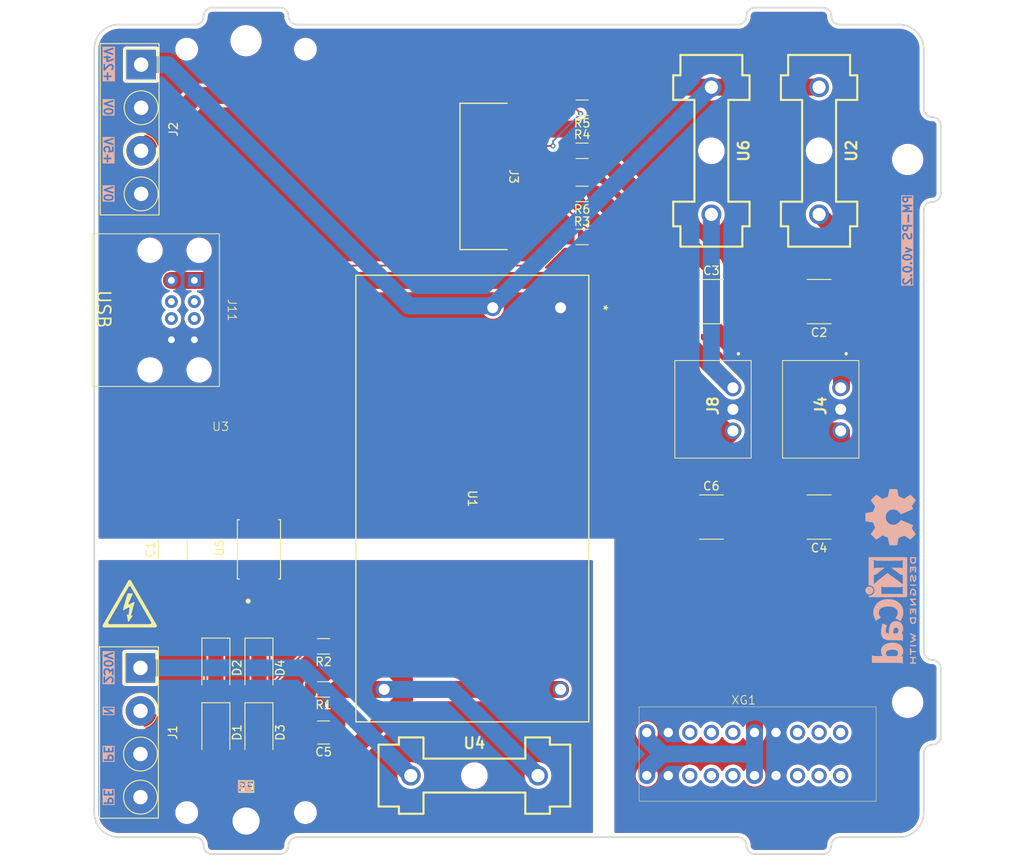
<source format=kicad_pcb>
(kicad_pcb (version 20240108) (generator "pcbnew") (generator_version "8.0")
  (title_block (title "${article} v${version}"))
  (layers (0 "F.Cu" signal) (31 "B.Cu" signal) (34 "B.Paste" user) (35 "F.Paste" user) (36 "B.SilkS" user "B.Silkscreen") (37 "F.SilkS" user "F.Silkscreen") (38 "B.Mask" user) (39 "F.Mask" user) (44 "Edge.Cuts" user))
  (property "article" "PM-PS")
  (property "version" "0.0.2")
  (net 0 "")
  (net 1 "GND")
  (net 2 "Net-(J1-Pin_1)")
  (net 3 "+5V")
  (net 4 "Net-(D1-K)")
  (net 5 "PE")
  (net 6 "230V")
  (net 7 "N")
  (net 8 "+24V")
  (net 9 "Net-(J4-VIN)")
  (net 10 "Net-(D1-A)")
  (net 11 "Net-(D2-K)")
  (net 12 "Net-(D3-K)")
  (net 14 "/subplates/230V_LED")
  (net 18 "/subplates/+24V_LED")
  (net 20 "/230V_LED")
  (net 21 "+3.3V")
  (net 22 "Net-(J8-VIN)")
  (net 27 "+5V_USB")
  (net 28 "/subplates/+5V_BUS")
  (net 29 "/subplates/+5V_USB")
  (footprint "Resistor_SMD:R_1206_3216Metric_Pad1.30x1.75mm_HandSolder" (layer "F.Cu") (at 82.55 62.23 180)
    (property "Reference" "R5" (at 0 -1.82 0) (layer "F.SilkS"))
    (property "Value" "4k7")
    (pad "1" smd roundrect (at -1.55 0 180) (size 1.3 1.75) (layers "F.Cu" "F.Paste" "F.Mask") (roundrect_rratio 0.192308) (net 8 "+24V"))
    (pad "2" smd roundrect (at 1.55 0 180) (size 1.3 1.75) (layers "F.Cu" "F.Paste" "F.Mask") (roundrect_rratio 0.192308) (net 18 "/subplates/+24V_LED"))
  )
  (footprint "Diode_SMD:D_SMA" (layer "F.Cu") (at 39.37 128.27 -90)
    (property "Reference" "D2" (at 0 -2.5 90) (layer "F.SilkS"))
    (property "Value" "1N4007")
    (pad "1" smd roundrect (at -2 0 270) (size 2.5 1.8) (layers "F.Cu" "F.Paste" "F.Mask") (roundrect_rratio 0.1388888889) (net 11 "Net-(D2-K)"))
    (pad "2" smd roundrect (at 2 0 270) (size 2.5 1.8) (layers "F.Cu" "F.Paste" "F.Mask") (roundrect_rratio 0.1388888889) (net 4 "Net-(D1-K)"))
  )
  (footprint "kicad_inventree_lib:K7805-2000R3" (layer "F.Cu") (at 100.33 95.25 -90)
    (property "Reference" "J8" (at 2.115 2.35 90) (layer "F.SilkS") (effects (font (size 1.27 1.27) (thickness 0.254))))
    (property "Value" "K7805-2000R3" (hide yes))
    (pad "1" thru_hole circle (at 0 0 270) (size 1.95 1.95) (drill 1.3) (layers "*.Cu" "*.Mask") (net 22 "Net-(J8-VIN)"))
    (pad "2" thru_hole circle (at 2.54 0 270) (size 1.95 1.95) (drill 1.3) (layers "*.Cu" "*.Mask") (net 1 "GND"))
    (pad "3" thru_hole circle (at 5.08 0 270) (size 1.95 1.95) (drill 1.3) (layers "*.Cu" "*.Mask") (net 27 "+5V_USB"))
  )
  (footprint "MountingHole:MountingHole_3.2mm_M3" (layer "F.Cu") (at 120.93 132.33)
    (property "Reference" "H3" (hide yes))
    (property "Value" "MountingHole")
    (pad "" np_thru_hole circle (at 0 0) (size 3.2 3.2) (drill 3.2) (layers "*.Cu" "*.Mask"))
  )
  (footprint "Capacitor_SMD:C_1210_3225Metric_Pad1.33x2.70mm_HandSolder" (layer "F.Cu") (at 52.07 135.89 180)
    (property "Reference" "C5" (at 0 -2.3 0) (layer "F.SilkS"))
    (property "Value" "150nF 630V")
    (pad "1" smd roundrect (at -1.5625 0 180) (size 1.325 2.7) (layers "F.Cu" "F.Paste" "F.Mask") (roundrect_rratio 0.188679) (net 6 "230V"))
    (pad "2" smd roundrect (at 1.5625 0 180) (size 1.325 2.7) (layers "F.Cu" "F.Paste" "F.Mask") (roundrect_rratio 0.188679) (net 4 "Net-(D1-K)"))
  )
  (footprint "kicad_inventree_lib:Degson_2EDGR-5.08-04P" (layer "F.Cu") (at 30.56 57.15 -90)
    (property "Reference" "J2" (at 7.62 -3.81 90) (layer "F.SilkS"))
    (property "Value" "2EDGR-5.08-04P")
    (pad "1" thru_hole rect (at 0 0 270) (size 3.5 3.5) (drill 1.7) (layers "*.Cu" "*.Mask") (net 8 "+24V"))
    (pad "2" thru_hole circle (at 5.08 0 270) (size 3.5 3.5) (drill 1.7) (layers "*.Cu" "*.Mask") (net 1 "GND"))
    (pad "3" thru_hole circle (at 10.16 0 270) (size 3.5 3.5) (drill 1.7) (layers "*.Cu" "*.Mask") (net 3 "+5V"))
    (pad "4" thru_hole circle (at 15.24 0 270) (size 3.5 3.5) (drill 1.7) (layers "*.Cu" "*.Mask") (net 1 "GND"))
  )
  (footprint "kicad_inventree_lib:PM-LED_v0.0.1" (layer "F.Cu") (at 39.93 100.33)
    (property "Reference" "U3" (at 0 -0.5 0) (layer "F.SilkS") (effects (font (thickness 0.1))))
    (property "Value" "PM-LED8_v0.0.1")
    (pad "" np_thru_hole circle (at -4 -45) (size 2.2 2.2) (drill 2.2) (layers "*.Cu" "*.Mask"))
    (pad "" np_thru_hole circle (at -4 45) (size 2.2 2.2) (drill 2.2) (layers "*.Cu" "*.Mask"))
    (pad "" np_thru_hole circle (at 10 -45) (size 2.2 2.2) (drill 2.2) (layers "*.Cu" "*.Mask"))
    (pad "" np_thru_hole circle (at 10 45) (size 2.2 2.2) (drill 2.2) (layers "*.Cu" "*.Mask"))
  )
  (footprint "kicad_inventree_lib:DG141R-2.54-10P" (layer "F.Cu") (at 89.27 143.99)
    (property "Reference" "XG1" (at 12.33 -11.91 0) (layer "F.SilkS") (effects (font (thickness 0.1))))
    (property "Value" "DG141R-2.54-10P" (hide yes))
    (pad "1" thru_hole circle (at 0.9 -8.1) (size 1.8 1.8) (drill 1.1) (layers "*.Cu" "*.Mask") (net 3 "+5V"))
    (pad "1" thru_hole circle (at 0.9 -3.02) (size 1.8 1.8) (drill 1.1) (layers "*.Cu" "*.Mask") (net 3 "+5V"))
    (pad "2" thru_hole circle (at 3.44 -8.1) (size 1.8 1.8) (drill 1.1) (layers "*.Cu" "*.Mask") (net 1 "GND"))
    (pad "2" thru_hole circle (at 3.44 -3.02) (size 1.8 1.8) (drill 1.1) (layers "*.Cu" "*.Mask") (net 1 "GND"))
    (pad "3" thru_hole circle (at 5.98 -8.1) (size 1.8 1.8) (drill 1.1) (layers "*.Cu" "*.Mask"))
    (pad "4" thru_hole circle (at 8.52 -8.1) (size 1.8 1.8) (drill 1.1) (layers "*.Cu" "*.Mask"))
    (pad "5" thru_hole circle (at 11.06 -8.1) (size 1.8 1.8) (drill 1.1) (layers "*.Cu" "*.Mask"))
    (pad "5" thru_hole circle (at 11.06 -3.02) (size 1.8 1.8) (drill 1.1) (layers "*.Cu" "*.Mask"))
    (pad "6" thru_hole circle (at 13.6 -8.1) (size 1.8 1.8) (drill 1.1) (layers "*.Cu" "*.Mask") (net 3 "+5V"))
    (pad "6" thru_hole circle (at 13.6 -3.02) (size 1.8 1.8) (drill 1.1) (layers "*.Cu" "*.Mask") (net 3 "+5V"))
    (pad "7" thru_hole circle (at 16.14 -8.1) (size 1.8 1.8) (drill 1.1) (layers "*.Cu" "*.Mask") (net 1 "GND"))
    (pad "7" thru_hole circle (at 16.14 -3.02) (size 1.8 1.8) (drill 1.1) (layers "*.Cu" "*.Mask") (net 1 "GND"))
    (pad "8" thru_hole circle (at 18.68 -8.1) (size 1.8 1.8) (drill 1.1) (layers "*.Cu" "*.Mask"))
    (pad "9" thru_hole circle (at 21.22 -8.1) (size 1.8 1.8) (drill 1.1) (layers "*.Cu" "*.Mask"))
    (pad "10" thru_hole circle (at 23.76 -8.1) (size 1.8 1.8) (drill 1.1) (layers "*.Cu" "*.Mask"))
    (pad "10" thru_hole circle (at 23.76 -3.02) (size 1.8 1.8) (drill 1.1) (layers "*.Cu" "*.Mask"))
    (pad "13" thru_hole circle (at 5.98 -3.02) (size 1.8 1.8) (drill 1.1) (layers "*.Cu" "*.Mask"))
    (pad "14" thru_hole circle (at 8.52 -3.02) (size 1.8 1.8) (drill 1.1) (layers "*.Cu" "*.Mask"))
    (pad "18" thru_hole circle (at 18.68 -3.02) (size 1.8 1.8) (drill 1.1) (layers "*.Cu" "*.Mask"))
    (pad "19" thru_hole circle (at 21.22 -3.02) (size 1.8 1.8) (drill 1.1) (layers "*.Cu" "*.Mask"))
  )
  (footprint "kicad_inventree_lib:IRM-20-24_MWU" (layer "F.Cu") (at 80.01 85.81 -90)
    (property "Reference" "U1" (at 22.500006 10.401698 -90) (layer "F.SilkS"))
    (property "Value" "IRM-20-24")
    (fp_text user "*" (at 0 -5 -90) (layer "F.SilkS"))
    (pad "1" thru_hole circle (at 0 0 270) (size 1.8034 1.8034) (drill 1.2954) (layers "*.Cu" "*.Mask") (net 1 "GND"))
    (pad "2" thru_hole circle (at 0 7.999999 270) (size 1.8034 1.8034) (drill 1.2954) (layers "*.Cu" "*.Mask") (net 8 "+24V"))
    (pad "3" thru_hole circle (at 45.000012 20.799999 270) (size 1.8034 1.8034) (drill 1.2954) (layers "*.Cu" "*.Mask") (net 6 "230V"))
    (pad "4" thru_hole circle (at 45.000012 0 270) (size 1.8034 1.8034) (drill 1.2954) (layers "*.Cu" "*.Mask") (net 7 "N"))
  )
  (footprint "kicad_inventree_lib:Degson_2EDGR-5.08-04P" (layer "F.Cu") (at 30.48 128.27 -90)
    (property "Reference" "J1" (at 7.62 -3.81 90) (layer "F.SilkS"))
    (property "Value" "2EDGR-5.08-04P")
    (pad "1" thru_hole rect (at 0 0 270) (size 3.5 3.5) (drill 1.7) (layers "*.Cu" "*.Mask") (net 2 "Net-(J1-Pin_1)"))
    (pad "2" thru_hole circle (at 5.08 0 270) (size 3.5 3.5) (drill 1.7) (layers "*.Cu" "*.Mask") (net 7 "N"))
    (pad "3" thru_hole circle (at 10.16 0 270) (size 3.5 3.5) (drill 1.7) (layers "*.Cu" "*.Mask") (net 5 "PE"))
    (pad "4" thru_hole circle (at 15.24 0 270) (size 3.5 3.5) (drill 1.7) (layers "*.Cu" "*.Mask") (net 5 "PE"))
  )
  (footprint "kicad_inventree_lib:C_2220_5750Metric_Pad1.97x5.40mm_HandSolder" (layer "F.Cu") (at 97.79 85.09)
    (property "Reference" "C3" (at 0 -3.65 0) (layer "F.SilkS"))
    (property "Value" "22uF")
    (pad "1" smd roundrect (at -2.6375 0) (size 1.975 5.4) (layers "F.Cu" "F.Paste" "F.Mask") (roundrect_rratio 0.126582) (net 22 "Net-(J8-VIN)"))
    (pad "2" smd roundrect (at 2.6375 0) (size 1.975 5.4) (layers "F.Cu" "F.Paste" "F.Mask") (roundrect_rratio 0.126582) (net 1 "GND"))
  )
  (footprint "kicad_inventree_lib:C_2220_5750Metric_Pad1.97x5.40mm_HandSolder" (layer "F.Cu") (at 110.49 110.49 180)
    (property "Reference" "C4" (at 0 -3.65 0) (layer "F.SilkS"))
    (property "Value" "22uF")
    (pad "1" smd roundrect (at -2.6375 0 180) (size 1.975 5.4) (layers "F.Cu" "F.Paste" "F.Mask") (roundrect_rratio 0.126582) (net 3 "+5V"))
    (pad "2" smd roundrect (at 2.6375 0 180) (size 1.975 5.4) (layers "F.Cu" "F.Paste" "F.Mask") (roundrect_rratio 0.126582) (net 1 "GND"))
  )
  (footprint "NextPCB:Fuseholder" (layer "F.Cu") (at 97.79 67.31 -90)
    (property "Reference" "U6" (at 0 -3.81 90) (layer "F.SilkS") (effects (font (size 1.27 1.27) (thickness 0.254))))
    (property "Value" "64900001039" (hide yes))
    (pad "" np_thru_hole circle (at 0 0 270) (size 2.65 2.65) (drill 2.65) (layers "*.Cu" "*.Mask"))
    (pad "1" thru_hole circle (at -7.5 0 270) (size 2.35 2.35) (drill 1.55) (layers "*.Cu" "*.Mask") (net 8 "+24V"))
    (pad "2" thru_hole circle (at 7.5 0 270) (size 2.35 2.35) (drill 1.55) (layers "*.Cu" "*.Mask") (net 22 "Net-(J8-VIN)"))
  )
  (footprint "Resistor_SMD:R_1206_3216Metric_Pad1.30x1.75mm_HandSolder" (layer "F.Cu") (at 52.07 130.81 180)
    (property "Reference" "R1" (at 0 -1.82 0) (layer "F.SilkS"))
    (property "Value" "680k")
    (pad "1" smd roundrect (at -1.55 0 180) (size 1.3 1.75) (layers "F.Cu" "F.Paste" "F.Mask") (roundrect_rratio 0.192308) (net 6 "230V"))
    (pad "2" smd roundrect (at 1.55 0 180) (size 1.3 1.75) (layers "F.Cu" "F.Paste" "F.Mask") (roundrect_rratio 0.192308) (net 4 "Net-(D1-K)"))
  )
  (footprint "Resistor_SMD:R_1206_3216Metric_Pad1.30x1.75mm_HandSolder" (layer "F.Cu") (at 52.07 125.73 180)
    (property "Reference" "R2" (at 0 -1.82 0) (layer "F.SilkS"))
    (property "Value" "100")
    (pad "1" smd roundrect (at -1.55 0 180) (size 1.3 1.75) (layers "F.Cu" "F.Paste" "F.Mask") (roundrect_rratio 0.192308) (net 7 "N"))
    (pad "2" smd roundrect (at 1.55 0 180) (size 1.3 1.75) (layers "F.Cu" "F.Paste" "F.Mask") (roundrect_rratio 0.192308) (net 12 "Net-(D3-K)"))
  )
  (footprint "Diode_SMD:D_SMA" (layer "F.Cu") (at 39.37 135.89 -90)
    (property "Reference" "D1" (at 0 -2.5 90) (layer "F.SilkS"))
    (property "Value" "1N4007")
    (pad "1" smd roundrect (at -2 0 270) (size 2.5 1.8) (layers "F.Cu" "F.Paste" "F.Mask") (roundrect_rratio 0.1388888889) (net 4 "Net-(D1-K)"))
    (pad "2" smd roundrect (at 2 0 270) (size 2.5 1.8) (layers "F.Cu" "F.Paste" "F.Mask") (roundrect_rratio 0.1388888889) (net 10 "Net-(D1-A)"))
  )
  (footprint "Capacitor_SMD:C_1812_4532Metric_Pad1.57x3.40mm_HandSolder" (layer "F.Cu") (at 34.29 114.3 90)
    (property "Reference" "C1" (at 0 -2.65 90) (layer "F.SilkS"))
    (property "Value" "4.7nF 2kV")
    (pad "1" smd roundrect (at -2.1375 0 90) (size 1.575 3.4) (layers "F.Cu" "F.Paste" "F.Mask") (roundrect_rratio 0.15873) (net 5 "PE"))
    (pad "2" smd roundrect (at 2.1375 0 90) (size 1.575 3.4) (layers "F.Cu" "F.Paste" "F.Mask") (roundrect_rratio 0.15873) (net 1 "GND"))
  )
  (footprint "NextPCB:Fuseholder" (layer "F.Cu") (at 69.85 140.97)
    (property "Reference" "U4" (at 0 -3.81 0) (layer "F.SilkS") (effects (font (size 1.27 1.27) (thickness 0.254))))
    (property "Value" "64900001039" (hide yes))
    (pad "" np_thru_hole circle (at 0 0) (size 2.65 2.65) (drill 2.65) (layers "*.Cu" "*.Mask"))
    (pad "1" thru_hole circle (at -7.5 0) (size 2.35 2.35) (drill 1.55) (layers "*.Cu" "*.Mask") (net 2 "Net-(J1-Pin_1)"))
    (pad "2" thru_hole circle (at 7.5 0) (size 2.35 2.35) (drill 1.55) (layers "*.Cu" "*.Mask") (net 6 "230V"))
  )
  (footprint "Diode_SMD:D_SMA" (layer "F.Cu") (at 44.45 135.89 -90)
    (property "Reference" "D3" (at 0 -2.5 90) (layer "F.SilkS"))
    (property "Value" "1N4007")
    (pad "1" smd roundrect (at -2 0 270) (size 2.5 1.8) (layers "F.Cu" "F.Paste" "F.Mask") (roundrect_rratio 0.1388888889) (net 12 "Net-(D3-K)"))
    (pad "2" smd roundrect (at 2 0 270) (size 2.5 1.8) (layers "F.Cu" "F.Paste" "F.Mask") (roundrect_rratio 0.1388888889) (net 10 "Net-(D1-A)"))
  )
  (footprint "Resistor_SMD:R_1206_3216Metric_Pad1.30x1.75mm_HandSolder" (layer "F.Cu") (at 82.55 77.47)
    (property "Reference" "R3" (at 0 -1.82 0) (layer "F.SilkS"))
    (property "Value" "330R")
    (pad "1" smd roundrect (at -1.55 0) (size 1.3 1.75) (layers "F.Cu" "F.Paste" "F.Mask") (roundrect_rratio 0.192308) (net 20 "/230V_LED"))
    (pad "2" smd roundrect (at 1.55 0) (size 1.3 1.75) (layers "F.Cu" "F.Paste" "F.Mask") (roundrect_rratio 0.192308) (net 14 "/subplates/230V_LED"))
  )
  (footprint "MountingHole:MountingHole_3.2mm_M3" (layer "F.Cu") (at 42.93 54.33)
    (property "Reference" "H1" (hide yes))
    (property "Value" "MountingHole")
    (pad "" np_thru_hole circle (at 0 0) (size 3.2 3.2) (drill 3.2) (layers "*.Cu" "*.Mask"))
  )
  (footprint "kicad_inventree_lib:symbol_high_voltage" (layer "F.Cu") (at 29.21 120.65)
    (property "Reference" "REF**" (hide yes))
    (property "Value" "symbol_high_voltage")
  )
  (footprint "NextPCB:XKB_U224-08XN-1WR61" (layer "F.Cu") (at 36.78 86.09 -90)
    (property "Reference" "J11" (at 0 -4.5 -90) (layer "F.SilkS") (effects (font (thickness 0.1))))
    (property "Value" "~")
    (fp_text user "USB" (at -2.5 11.5 -90) (layer "F.SilkS") (effects (font (size 1.5 1.5) (thickness 0.2) (bold yes)) (justify left bottom)))
    (pad "" np_thru_hole circle (at -7.05 -0.62 270) (size 2.5 2.5) (drill 2.5) (layers "F&B.Cu" "*.Mask"))
    (pad "" np_thru_hole circle (at -7.05 5.17 270) (size 2.5 2.5) (drill 2.5) (layers "F&B.Cu" "*.Mask"))
    (pad "" np_thru_hole circle (at 7.05 -0.62 270) (size 2.5 2.5) (drill 2.5) (layers "F&B.Cu" "*.Mask"))
    (pad "" np_thru_hole circle (at 7.05 5.17 270) (size 2.5 2.5) (drill 2.5) (layers "F&B.Cu" "*.Mask"))
    (pad "1" thru_hole rect (at -3.5 -0.05 270) (size 1.524 1.524) (drill 0.8) (layers "*.Cu" "*.Mask") (net 27 "+5V_USB"))
    (pad "2" thru_hole circle (at -1 -0.05 270) (size 1.524 1.524) (drill 0.8) (layers "*.Cu" "*.Mask"))
    (pad "3" thru_hole circle (at 1 -0.05 270) (size 1.524 1.524) (drill 0.8) (layers "*.Cu" "*.Mask"))
    (pad "4" thru_hole circle (at 3.5 -0.05 270) (size 1.524 1.524) (drill 0.8) (layers "*.Cu" "*.Mask") (net 1 "GND"))
    (pad "5" thru_hole circle (at -3.5 2.65 270) (size 1.524 1.524) (drill 0.8) (layers "*.Cu" "*.Mask") (net 27 "+5V_USB"))
    (pad "6" thru_hole circle (at -1 2.65 270) (size 1.524 1.524) (drill 0.8) (layers "*.Cu" "*.Mask"))
    (pad "7" thru_hole circle (at 1 2.65 270) (size 1.524 1.524) (drill 0.8) (layers "*.Cu" "*.Mask"))
    (pad "8" thru_hole circle (at 3.5 2.65 270) (size 1.524 1.524) (drill 0.8) (layers "*.Cu" "*.Mask") (net 1 "GND"))
  )
  (footprint "kicad_inventree_lib:C_2220_5750Metric_Pad1.97x5.40mm_HandSolder" (layer "F.Cu") (at 97.79 110.49)
    (property "Reference" "C6" (at 0 -3.65 0) (layer "F.SilkS"))
    (property "Value" "22uF")
    (pad "1" smd roundrect (at -2.6375 0) (size 1.975 5.4) (layers "F.Cu" "F.Paste" "F.Mask") (roundrect_rratio 0.126582) (net 27 "+5V_USB"))
    (pad "2" smd roundrect (at 2.6375 0) (size 1.975 5.4) (layers "F.Cu" "F.Paste" "F.Mask") (roundrect_rratio 0.126582) (net 1 "GND"))
  )
  (footprint "kicad_inventree_lib:CONN10_AFA07-S10_JUS" (layer "F.Cu") (at 70.93 70.33 -90)
    (property "Reference" "J3" (at 0 -3.556 -90) (layer "F.SilkS"))
    (property "Value" "AFA07-S10FCC-00")
    (pad "1" smd rect (at -4.499991 -3.556 270) (size 0.635 1.8034) (layers "F.Cu" "F.Paste" "F.Mask"))
    (pad "2" smd rect (at -3.499993 -3.556 270) (size 0.635 1.8034) (layers "F.Cu" "F.Paste" "F.Mask") (net 18 "/subplates/+24V_LED"))
    (pad "3" smd rect (at -2.499995 -3.556 270) (size 0.635 1.8034) (layers "F.Cu" "F.Paste" "F.Mask") (net 28 "/subplates/+5V_BUS"))
    (pad "4" smd rect (at -1.499997 -3.556 270) (size 0.635 1.8034) (layers "F.Cu" "F.Paste" "F.Mask") (net 29 "/subplates/+5V_USB"))
    (pad "5" smd rect (at -0.499999 -3.556 270) (size 0.635 1.8034) (layers "F.Cu" "F.Paste" "F.Mask"))
    (pad "6" smd rect (at 0.499999 -3.556 270) (size 0.635 1.8034) (layers "F.Cu" "F.Paste" "F.Mask"))
    (pad "7" smd rect (at 1.499997 -3.556 270) (size 0.635 1.8034) (layers "F.Cu" "F.Paste" "F.Mask"))
    (pad "8" smd rect (at 2.499995 -3.556 270) (size 0.635 1.8034) (layers "F.Cu" "F.Paste" "F.Mask"))
    (pad "9" smd rect (at 3.499993 -3.556 270) (size 0.635 1.8034) (layers "F.Cu" "F.Paste" "F.Mask") (net 14 "/subplates/230V_LED"))
    (pad "10" smd rect (at 4.499991 -3.556 270) (size 0.635 1.8034) (layers "F.Cu" "F.Paste" "F.Mask") (net 1 "GND"))
    (pad "11" smd rect (at -6.850002 -1.385999 270) (size 2.5908 2.9972) (layers "F.Cu" "F.Paste" "F.Mask"))
    (pad "12" smd rect (at 6.850002 -1.385999 270) (size 2.5908 2.9972) (layers "F.Cu" "F.Paste" "F.Mask"))
  )
  (footprint "NextPCB:Fuseholder" (layer "F.Cu") (at 110.49 67.31 -90)
    (property "Reference" "U2" (at 0 -3.81 90) (layer "F.SilkS") (effects (font (size 1.27 1.27) (thickness 0.254))))
    (property "Value" "64900001039" (hide yes))
    (pad "" np_thru_hole circle (at 0 0 270) (size 2.65 2.65) (drill 2.65) (layers "*.Cu" "*.Mask"))
    (pad "1" thru_hole circle (at -7.5 0 270) (size 2.35 2.35) (drill 1.55) (layers "*.Cu" "*.Mask") (net 8 "+24V"))
    (pad "2" thru_hole circle (at 7.5 0 270) (size 2.35 2.35) (drill 1.55) (layers "*.Cu" "*.Mask") (net 9 "Net-(J4-VIN)"))
  )
  (footprint "NextPCB:PC817XI_SOIC254P975X460-4N" (layer "F.Cu") (at 44.45 114.3 90)
    (property "Reference" "U5" (at 0.175 -4.635 90) (layer "F.SilkS"))
    (property "Value" "PC817")
    (pad "1" smd roundrect (at -4.29 -1.27 90) (size 2.13 1.57) (layers "F.Cu" "F.Paste" "F.Mask") (net 11 "Net-(D2-K)"))
    (pad "2" smd roundrect (at -4.29 1.27 90) (size 2.13 1.57) (layers "F.Cu" "F.Paste" "F.Mask") (net 10 "Net-(D1-A)"))
    (pad "3" smd roundrect (at 4.29 1.27 90) (size 2.13 1.57) (layers "F.Cu" "F.Paste" "F.Mask") (net 20 "/230V_LED"))
    (pad "4" smd roundrect (at 4.29 -1.27 90) (size 2.13 1.57) (layers "F.Cu" "F.Paste" "F.Mask") (net 21 "+3.3V"))
  )
  (footprint "Diode_SMD:D_SMA" (layer "F.Cu") (at 44.45 128.27 -90)
    (property "Reference" "D4" (at 0 -2.5 90) (layer "F.SilkS"))
    (property "Value" "1N4007")
    (pad "1" smd roundrect (at -2 0 270) (size 2.5 1.8) (layers "F.Cu" "F.Paste" "F.Mask") (roundrect_rratio 0.1388888889) (net 11 "Net-(D2-K)"))
    (pad "2" smd roundrect (at 2 0 270) (size 2.5 1.8) (layers "F.Cu" "F.Paste" "F.Mask") (roundrect_rratio 0.1388888889) (net 12 "Net-(D3-K)"))
  )
  (footprint "kicad_inventree_lib:PE" (layer "F.Cu") (at 42.93 146.33)
    (property "Reference" "PE1" (hide yes))
    (property "Value" "PE")
    (pad "1" thru_hole oval (at 0 0) (size 6.35 6.35) (drill 3.2) (layers "*.Cu" "*.Mask") (net 5 "PE"))
  )
  (footprint "kicad_inventree_lib:C_2220_5750Metric_Pad1.97x5.40mm_HandSolder" (layer "F.Cu") (at 110.49 85.09 180)
    (property "Reference" "C2" (at 0 -3.65 0) (layer "F.SilkS"))
    (property "Value" "22uF")
    (pad "1" smd roundrect (at -2.6375 0 180) (size 1.975 5.4) (layers "F.Cu" "F.Paste" "F.Mask") (roundrect_rratio 0.126582) (net 9 "Net-(J4-VIN)"))
    (pad "2" smd roundrect (at 2.6375 0 180) (size 1.975 5.4) (layers "F.Cu" "F.Paste" "F.Mask") (roundrect_rratio 0.126582) (net 1 "GND"))
  )
  (footprint "kicad_inventree_lib:K7805-2000R3" (layer "F.Cu") (at 113.03 95.25 -90)
    (property "Reference" "J4" (at 2.115 2.35 90) (layer "F.SilkS") (effects (font (size 1.27 1.27) (thickness 0.254))))
    (property "Value" "K7805-2000R3" (hide yes))
    (pad "1" thru_hole circle (at 0 0 270) (size 1.95 1.95) (drill 1.3) (layers "*.Cu" "*.Mask") (net 9 "Net-(J4-VIN)"))
    (pad "2" thru_hole circle (at 2.54 0 270) (size 1.95 1.95) (drill 1.3) (layers "*.Cu" "*.Mask") (net 1 "GND"))
    (pad "3" thru_hole circle (at 5.08 0 270) (size 1.95 1.95) (drill 1.3) (layers "*.Cu" "*.Mask") (net 3 "+5V"))
  )
  (footprint "Resistor_SMD:R_1206_3216Metric_Pad1.30x1.75mm_HandSolder" (layer "F.Cu") (at 82.55 67.31 180)
    (property "Reference" "R4" (at 0 1.905 0) (layer "F.SilkS"))
    (property "Value" "330R")
    (pad "1" smd roundrect (at -1.55 0 180) (size 1.3 1.75) (layers "F.Cu" "F.Paste" "F.Mask") (roundrect_rratio 0.192308) (net 3 "+5V"))
    (pad "2" smd roundrect (at 1.55 0 180) (size 1.3 1.75) (layers "F.Cu" "F.Paste" "F.Mask") (roundrect_rratio 0.192308) (net 28 "/subplates/+5V_BUS"))
  )
  (footprint "MountingHole:MountingHole_3.2mm_M3" (layer "F.Cu") (at 120.93 68.33)
    (property "Reference" "H2" (hide yes))
    (property "Value" "MountingHole")
    (pad "" np_thru_hole circle (at 0 0) (size 3.2 3.2) (drill 3.2) (layers "*.Cu" "*.Mask"))
  )
  (footprint "Resistor_SMD:R_1206_3216Metric_Pad1.30x1.75mm_HandSolder" (layer "F.Cu") (at 82.55 72.39 180)
    (property "Reference" "R6" (at 0 -1.82 0) (layer "F.SilkS"))
    (property "Value" "330R")
    (pad "1" smd roundrect (at -1.55 0 180) (size 1.3 1.75) (layers "F.Cu" "F.Paste" "F.Mask") (roundrect_rratio 0.192308) (net 27 "+5V_USB"))
    (pad "2" smd roundrect (at 1.55 0 180) (size 1.3 1.75) (layers "F.Cu" "F.Paste" "F.Mask") (roundrect_rratio 0.192308) (net 29 "/subplates/+5V_USB"))
  )
  (footprint "Symbol:KiCad-Logo2_5mm_SilkScreen" (layer "B.Cu") (at 118.93 121.49 -90)
    (property "Reference" "kicad_logo" (hide yes))
    (property "Value" "KiCad-Logo2_5mm_SilkScreen" (hide yes))
  )
  (footprint "Symbol:OSHW-Symbol_6.7x6mm_SilkScreen" (layer "B.Cu") (at 118.93 110.49 -90)
    (property "Reference" "oshw_logo" (hide yes))
    (property "Value" "OSHW-Symbol_6.7x6mm_SilkScreen" (hide yes))
  )
  (gr_arc (start 123.83 63.33) (mid 124.537107 63.622893) (end 124.83 64.33) (stroke (width 0.2)) (layer "Edge.Cuts"))
  (gr_line (start 48.93 148.23) (end 100.93 148.23) (stroke (width 0.2)) (layer "Edge.Cuts"))
  (gr_arc (start 123.83 127.33) (mid 123.122893 127.037107) (end 122.83 126.33) (stroke (width 0.2)) (layer "Edge.Cuts"))
  (gr_arc (start 122.83 145.33) (mid 121.98061 147.38061) (end 119.93 148.23) (stroke (width 0.2)) (layer "Edge.Cuts"))
  (gr_arc (start 47.93 149.23) (mid 47.637107 149.937107) (end 46.93 150.23) (stroke (width 0.2)) (layer "Edge.Cuts"))
  (gr_arc (start 25.03 55.33) (mid 25.87939 53.27939) (end 27.93 52.43) (stroke (width 0.2)) (layer "Edge.Cuts"))
  (gr_line (start 46.93 150.23) (end 38.93 150.23) (stroke (width 0.2)) (layer "Edge.Cuts"))
  (gr_arc (start 124.83 72.33) (mid 124.537107 73.037107) (end 123.83 73.33) (stroke (width 0.2)) (layer "Edge.Cuts"))
  (gr_arc (start 100.93 148.23) (mid 101.637107 148.522893) (end 101.93 149.23) (stroke (width 0.2)) (layer "Edge.Cuts"))
  (gr_line (start 122.83 55.33) (end 122.83 62.33) (stroke (width 0.2)) (layer "Edge.Cuts"))
  (gr_line (start 38.93 50.43) (end 46.93 50.43) (stroke (width 0.2)) (layer "Edge.Cuts"))
  (gr_arc (start 122.83 138.33) (mid 123.122893 137.622893) (end 123.83 137.33) (stroke (width 0.2)) (layer "Edge.Cuts"))
  (gr_arc (start 110.93 50.43) (mid 111.637107 50.722893) (end 111.93 51.43) (stroke (width 0.2)) (layer "Edge.Cuts"))
  (gr_line (start 119.93 148.23) (end 112.93 148.23) (stroke (width 0.2)) (layer "Edge.Cuts"))
  (gr_arc (start 124.83 136.33) (mid 124.537107 137.037107) (end 123.83 137.33) (stroke (width 0.2)) (layer "Edge.Cuts"))
  (gr_arc (start 101.93 51.43) (mid 101.637107 52.137107) (end 100.93 52.43) (stroke (width 0.2)) (layer "Edge.Cuts"))
  (gr_arc (start 36.93 148.23) (mid 37.637107 148.522893) (end 37.93 149.23) (stroke (width 0.2)) (layer "Edge.Cuts"))
  (gr_line (start 110.93 150.23) (end 102.93 150.23) (stroke (width 0.2)) (layer "Edge.Cuts"))
  (gr_arc (start 101.93 51.43) (mid 102.222893 50.722893) (end 102.93 50.43) (stroke (width 0.2)) (layer "Edge.Cuts"))
  (gr_arc (start 102.93 150.23) (mid 102.222893 149.937107) (end 101.93 149.23) (stroke (width 0.2)) (layer "Edge.Cuts"))
  (gr_arc (start 111.93 149.23) (mid 112.222893 148.522893) (end 112.93 148.23) (stroke (width 0.2)) (layer "Edge.Cuts"))
  (gr_line (start 36.93 148.23) (end 27.93 148.23) (stroke (width 0.2)) (layer "Edge.Cuts"))
  (gr_arc (start 47.93 149.23) (mid 48.222893 148.522893) (end 48.93 148.23) (stroke (width 0.2)) (layer "Edge.Cuts"))
  (gr_arc (start 123.83 63.33) (mid 123.122893 63.037107) (end 122.83 62.33) (stroke (width 0.2)) (layer "Edge.Cuts"))
  (gr_arc (start 27.93 148.23) (mid 25.87939 147.38061) (end 25.03 145.33) (stroke (width 0.2)) (layer "Edge.Cuts"))
  (gr_line (start 112.93 52.43) (end 119.93 52.43) (stroke (width 0.2)) (layer "Edge.Cuts"))
  (gr_line (start 27.93 52.43) (end 36.93 52.43) (stroke (width 0.2)) (layer "Edge.Cuts"))
  (gr_arc (start 37.93 51.43) (mid 37.637107 52.137107) (end 36.93 52.43) (stroke (width 0.2)) (layer "Edge.Cuts"))
  (gr_line (start 122.83 126.33) (end 122.83 74.33) (stroke (width 0.2)) (layer "Edge.Cuts"))
  (gr_arc (start 38.93 150.23) (mid 38.222893 149.937107) (end 37.93 149.23) (stroke (width 0.2)) (layer "Edge.Cuts"))
  (gr_line (start 122.83 138.33) (end 122.83 145.33) (stroke (width 0.2)) (layer "Edge.Cuts"))
  (gr_arc (start 122.83 74.33) (mid 123.122893 73.622893) (end 123.83 73.33) (stroke (width 0.2)) (layer "Edge.Cuts"))
  (gr_line (start 25.03 55.33) (end 25.03 145.33) (stroke (width 0.2)) (layer "Edge.Cuts"))
  (gr_arc (start 123.83 127.33) (mid 124.537107 127.622893) (end 124.83 128.33) (stroke (width 0.2)) (layer "Edge.Cuts"))
  (gr_line (start 100.93 52.43) (end 48.93 52.43) (stroke (width 0.2)) (layer "Edge.Cuts"))
  (gr_line (start 124.83 128.33) (end 124.83 136.33) (stroke (width 0.2)) (layer "Edge.Cuts"))
  (gr_arc (start 48.93 52.43) (mid 48.222893 52.137107) (end 47.93 51.43) (stroke (width 0.2)) (layer "Edge.Cuts"))
  (gr_line (start 102.93 50.43) (end 110.93 50.43) (stroke (width 0.2)) (layer "Edge.Cuts"))
  (gr_arc (start 112.93 52.43) (mid 112.222893 52.137107) (end 111.93 51.43) (stroke (width 0.2)) (layer "Edge.Cuts"))
  (gr_arc (start 119.93 52.43) (mid 121.98061 53.27939) (end 122.83 55.33) (stroke (width 0.2)) (layer "Edge.Cuts"))
  (gr_arc (start 37.93 51.43) (mid 38.222893 50.722893) (end 38.93 50.43) (stroke (width 0.2)) (layer "Edge.Cuts"))
  (gr_arc (start 46.93 50.43) (mid 47.637107 50.722893) (end 47.93 51.43) (stroke (width 0.2)) (layer "Edge.Cuts"))
  (gr_arc (start 111.93 149.23) (mid 111.637107 149.937107) (end 110.93 150.23) (stroke (width 0.2)) (layer "Edge.Cuts"))
  (gr_line (start 124.83 64.33) (end 124.83 72.33) (stroke (width 0.2)) (layer "Edge.Cuts"))
  (gr_text "N" (at 26.67 133.35 270) (layer "B.SilkS" knockout) (effects (font (size 1 1) (thickness 0.2) (bold yes)) (justify mirror)))
  (gr_text "${article} v${version}" (at 120.93 72.39 90) (layer "B.SilkS" knockout) (effects (font (size 1 1) (thickness 0.2) (bold yes)) (justify left mirror)))
  (gr_text "PE" (at 42.93 142.24 -0) (layer "B.SilkS" knockout) (effects (font (size 1 1) (thickness 0.2) (bold yes)) (justify mirror)))
  (gr_text "0V" (at 26.67 72.39 270) (layer "B.SilkS" knockout) (effects (font (size 1 1) (thickness 0.2) (bold yes)) (justify mirror)))
  (gr_text "+24V" (at 26.67 57.15 270) (layer "B.SilkS" knockout) (effects (font (size 1 1) (thickness 0.2) (bold yes)) (justify mirror)))
  (gr_text "PE" (at 26.67 138.43 270) (layer "B.SilkS" knockout) (effects (font (size 1 1) (thickness 0.2) (bold yes)) (justify mirror)))
  (gr_text "0V" (at 26.67 62.23 270) (layer "B.SilkS" knockout) (effects (font (size 1 1) (thickness 0.2) (bold yes)) (justify mirror)))
  (gr_text "+5V" (at 26.67 67.31 270) (layer "B.SilkS" knockout) (effects (font (size 1 1) (thickness 0.2) (bold yes)) (justify mirror)))
  (gr_text "PE" (at 26.67 143.51 270) (layer "B.SilkS" knockout) (effects (font (size 1 1) (thickness 0.2) (bold yes)) (justify mirror)))
  (gr_text "230V" (at 26.67 128.27 270) (layer "B.SilkS" knockout) (effects (font (size 1 1) (thickness 0.2) (bold yes)) (justify mirror)))
  (gr_text "PE" (at 42.93 142.33 0) (layer "F.SilkS" knockout) (effects (font (size 1 1) (thickness 0.2) (bold yes))))
  (segment (start 49.65 128.27) (end 62.35 140.97) (width 2) (layer "B.Cu") (net 2))
  (segment (start 30.48 128.27) (end 49.65 128.27) (width 2) (layer "B.Cu") (net 2))
  (segment (start 97.7958 87.9849) (end 97.7958 81.0058) (width 2) (layer "F.Cu") (net 3))
  (segment (start 113.1275 100.4275) (end 113.03 100.33) (width 2) (layer "F.Cu") (net 3))
  (segment (start 97.7958 81.0058) (end 84.1 67.31) (width 2) (layer "F.Cu") (net 3))
  (segment (start 102.87 125.3751) (end 102.87 135.89) (width 2) (layer "F.Cu") (net 3))
  (segment (start 30.56 67.31) (end 37.0871 60.7829) (width 2) (layer "F.Cu") (net 3))
  (segment (start 84.1 67.0279) (end 84.1 67.31) (width 2) (layer "F.Cu") (net 3))
  (segment (start 113.1275 110.49) (end 113.1275 115.1176) (width 2) (layer "F.Cu") (net 3))
  (segment (start 113.1275 115.1176) (end 102.87 125.3751) (width 2) (layer "F.Cu") (net 3))
  (segment (start 81.8173 64.7452) (end 84.1 67.0279) (width 2) (layer "F.Cu") (net 3))
  (segment (start 74.3978 60.7829) (end 78.3601 64.7452) (width 2) (layer "F.Cu") (net 3))
  (segment (start 78.3601 64.7452) (end 81.8173 64.7452) (width 2) (layer "F.Cu") (net 3))
  (segment (start 113.03 100.33) (end 110.1409 100.33) (width 2) (layer "F.Cu") (net 3))
  (segment (start 110.1409 100.33) (end 97.7958 87.9849) (width 2) (layer "F.Cu") (net 3))
  (segment (start 113.1275 110.49) (end 113.1275 100.4275) (width 2) (layer "F.Cu") (net 3))
  (segment (start 37.0871 60.7829) (end 74.3978 60.7829) (width 2) (layer "F.Cu") (net 3))
  (segment (start 102.87 138.43) (end 102.87 140.97) (width 2) (layer "B.Cu") (net 3))
  (segment (start 102.87 138.43) (end 91.9912 138.43) (width 2) (layer "B.Cu") (net 3))
  (segment (start 90.17 140.2512) (end 90.17 140.97) (width 2) (layer "B.Cu") (net 3))
  (segment (start 91.9912 138.43) (end 90.17 140.2512) (width 2) (layer "B.Cu") (net 3))
  (segment (start 90.17 135.89) (end 90.17 136.6088) (width 2) (layer "B.Cu") (net 3))
  (segment (start 102.87 135.89) (end 102.87 138.43) (width 2) (layer "B.Cu") (net 3))
  (segment (start 90.17 136.6088) (end 91.9912 138.43) (width 2) (layer "B.Cu") (net 3))
  (segment (start 39.37 133.89) (end 39.37 130.27) (width 0.2) (layer "F.Cu") (net 4))
  (segment (start 50.5075 130.8225) (end 50.5075 135.4526) (width 0.2) (layer "F.Cu") (net 4))
  (segment (start 50.5075 135.4526) (end 50.5075 135.89) (width 0.2) (layer "F.Cu") (net 4))
  (segment (start 50.5075 135.4526) (end 40.9326 135.4526) (width 0.2) (layer "F.Cu") (net 4))
  (segment (start 50.52 130.81) (end 50.5075 130.8225) (width 0.2) (layer "F.Cu") (net 4))
  (segment (start 40.9326 135.4526) (end 39.37 133.89) (width 0.2) (layer "F.Cu") (net 4))
  (segment (start 53.645 130.81) (end 53.6325 130.8225) (width 2) (layer "F.Cu") (net 6))
  (segment (start 53.6325 130.8225) (end 53.6325 135.89) (width 2) (layer "F.Cu") (net 6))
  (segment (start 53.62 130.81) (end 53.6325 130.8225) (width 2) (layer "F.Cu") (net 6))
  (segment (start 59.21 130.81) (end 53.645 130.81) (width 2) (layer "F.Cu") (net 6))
  (segment (start 59.21 130.81) (end 67.19 130.81) (width 2) (layer "B.Cu") (net 6))
  (segment (start 67.19 130.81) (end 77.35 140.97) (width 2) (layer "B.Cu") (net 6))
  (segment (start 61.6208 129.778) (end 61.6208 130.81) (width 2) (layer "F.Cu") (net 7))
  (segment (start 57.5728 125.73) (end 61.6208 129.778) (width 2) (layer "F.Cu") (net 7))
  (segment (start 61.6208 130.81) (end 80.01 130.81) (width 2) (layer "F.Cu") (net 7))
  (segment (start 61.6208 130.81) (end 61.6208 131.8669) (width 2) (layer "F.Cu") (net 7))
  (segment (start 52.9275 140.5602) (end 37.6902 140.5602) (width 2) (layer "F.Cu") (net 7))
  (segment (start 53.62 125.73) (end 57.5728 125.73) (width 2) (layer "F.Cu") (net 7))
  (segment (start 61.6208 131.8669) (end 52.9275 140.5602) (width 2) (layer "F.Cu") (net 7))
  (segment (start 37.6902 140.5602) (end 30.48 133.35) (width 2) (layer "F.Cu") (net 7))
  (segment (start 86.52 59.81) (end 97.79 59.81) (width 2) (layer "F.Cu") (net 8))
  (segment (start 110.49 59.81) (end 97.79 59.81) (width 2) (layer "F.Cu") (net 8))
  (segment (start 84.1 62.23) (end 86.52 59.81) (width 2) (layer "F.Cu") (net 8))
  (segment (start 72.01 85.59) (end 72.01 85.81) (width 2) (layer "B.Cu") (net 8))
  (segment (start 30.56 57.15) (end 33.7117 57.15) (width 2) (layer "B.Cu") (net 8))
  (segment (start 72.01 85.59) (end 62.1517 85.59) (width 2) (layer "B.Cu") (net 8))
  (segment (start 62.1517 85.59) (end 33.7117 57.15) (width 2) (layer "B.Cu") (net 8))
  (segment (start 97.79 59.81) (end 72.01 85.59) (width 2) (layer "B.Cu") (net 8))
  (segment (start 113.1275 85.09) (end 113.1275 77.4475) (width 2) (layer "F.Cu") (net 9))
  (segment (start 113.1275 77.4475) (end 110.49 74.81) (width 2) (layer "F.Cu") (net 9))
  (segment (start 113.1275 95.1525) (end 113.1275 85.09) (width 2) (layer "F.Cu") (net 9))
  (segment (start 113.03 95.25) (end 113.1275 95.1525) (width 2) (layer "F.Cu") (net 9))
  (segment (start 45.72 127.4375) (end 44.8875 128.27) (width 0.2) (layer "F.Cu") (net 10))
  (segment (start 38.935 128.27) (end 38.1618 129.0432) (width 0.2) (layer "F.Cu") (net 10))
  (segment (start 45.72 118.59) (end 45.72 127.4375) (width 0.2) (layer "F.Cu") (net 10))
  (segment (start 38.1618 129.0432) (end 38.1618 136.6818) (width 0.2) (layer "F.Cu") (net 10))
  (segment (start 44.8875 128.27) (end 38.935 128.27) (width 0.2) (layer "F.Cu") (net 10))
  (segment (start 38.1618 136.6818) (end 39.37 137.89) (width 0.2) (layer "F.Cu") (net 10))
  (segment (start 44.45 137.89) (end 39.37 137.89) (width 0.2) (layer "F.Cu") (net 10))
  (segment (start 40.64 125) (end 39.37 126.27) (width 0.2) (layer "F.Cu") (net 11))
  (segment (start 43.18 125) (end 40.64 125) (width 0.2) (layer "F.Cu") (net 11))
  (segment (start 43.18 118.59) (end 43.18 125) (width 0.2) (layer "F.Cu") (net 11))
  (segment (start 43.18 125) (end 44.45 126.27) (width 0.2) (layer "F.Cu") (net 11))
  (segment (start 44.45 130.27) (end 44.45 133.89) (width 0.2) (layer "F.Cu") (net 12))
  (segment (start 50.52 125.73) (end 45.98 130.27) (width 0.2) (layer "F.Cu") (net 12))
  (segment (start 45.98 130.27) (end 44.45 130.27) (width 0.2) (layer "F.Cu") (net 12))
  (segment (start 80.46 73.83) (end 84.1 77.47) (width 0.2) (layer "F.Cu") (net 14))
  (segment (start 74.486 73.83) (end 80.46 73.83) (width 0.2) (layer "F.Cu") (net 14))
  (segment (start 74.486 66.83) (end 75.6894 66.83) (width 0.2) (layer "F.Cu") (net 18))
  (segment (start 81 62.23) (end 81.6859 62.23) (width 0.2) (layer "F.Cu") (net 18))
  (segment (start 79.1103 66.7376) (end 75.7818 66.7376) (width 0.2) (layer "F.Cu") (net 18))
  (segment (start 81.6859 62.23) (end 82.3755 62.9196) (width 0.2) (layer "F.Cu") (net 18))
  (segment (start 75.7818 66.7376) (end 75.6894 66.83) (width 0.2) (layer "F.Cu") (net 18))
  (via (at 79.1103 66.7376) (size 0.6) (drill 0.3) (layers "F.Cu" "B.Cu") (net 18))
  (via (at 82.3755 62.9196) (size 0.6) (drill 0.3) (layers "F.Cu" "B.Cu") (net 18))
  (segment (start 79.1103 66.1848) (end 79.1103 66.7376) (width 0.2) (layer "B.Cu") (net 18))
  (segment (start 82.3755 62.9196) (end 79.1103 66.1848) (width 0.2) (layer "B.Cu") (net 18))
  (segment (start 33.7273 80.8417) (end 32.5814 81.9876) (width 0.2) (layer "F.Cu") (net 20))
  (segment (start 45.72 104.192) (end 45.72 110.01) (width 0.2) (layer "F.Cu") (net 20))
  (segment (start 32.5814 81.9876) (end 32.5814 91.0534) (width 0.2) (layer "F.Cu") (net 20))
  (segment (start 77.6283 80.8417) (end 33.7273 80.8417) (width 0.2) (layer "F.Cu") (net 20))
  (segment (start 32.5814 91.0534) (end 45.72 104.192) (width 0.2) (layer "F.Cu") (net 20))
  (segment (start 81 77.47) (end 77.6283 80.8417) (width 0.2) (layer "F.Cu") (net 20))
  (segment (start 97.5738 92.4959) (end 97.5759 92.4959) (width 2) (layer "F.Cu") (net 22))
  (segment (start 95.1525 90.0725) (end 95.3941 90.3141) (width 2) (layer "F.Cu") (net 22))
  (segment (start 95.3941 90.3162) (end 97.5738 92.4959) (width 2) (layer "F.Cu") (net 22))
  (segment (start 95.3941 90.3141) (end 95.3941 90.3162) (width 2) (layer "F.Cu") (net 22))
  (segment (start 95.1525 85.09) (end 95.1525 90.0725) (width 2) (layer "F.Cu") (net 22))
  (segment (start 97.5759 92.4959) (end 100.33 95.25) (width 2) (layer "F.Cu") (net 22))
  (segment (start 100.33 95.25) (end 97.79 92.71) (width 2) (layer "B.Cu") (net 22))
  (segment (start 97.79 92.71) (end 97.79 74.81) (width 2) (layer "B.Cu") (net 22))
  (segment (start 99.8834 100.7766) (end 86.9038 87.7971) (width 2) (layer "F.Cu") (net 27))
  (segment (start 86.2028 82.59) (end 86.2028 74.4928) (width 2) (layer "F.Cu") (net 27))
  (segment (start 86.9038 83.291) (end 86.2028 82.59) (width 2) (layer "F.Cu") (net 27))
  (segment (start 95.1525 105.5075) (end 99.8834 100.7766) (width 2) (layer "F.Cu") (net 27))
  (segment (start 95.1525 110.49) (end 95.1525 105.5075) (width 2) (layer "F.Cu") (net 27))
  (segment (start 86.2028 74.4928) (end 84.1 72.39) (width 2) (layer "F.Cu") (net 27))
  (segment (start 99.8834 100.7766) (end 100.33 100.33) (width 2) (layer "F.Cu") (net 27))
  (segment (start 86.2028 82.59) (end 36.83 82.59) (width 2) (layer "F.Cu") (net 27))
  (segment (start 34.13 82.59) (end 36.83 82.59) (width 2) (layer "F.Cu") (net 27))
  (segment (start 86.9038 87.7971) (end 86.9038 83.291) (width 2) (layer "F.Cu") (net 27))
  (segment (start 74.486 67.83) (end 80.48 67.83) (width 0.2) (layer "F.Cu") (net 28))
  (segment (start 80.48 67.83) (end 81 67.31) (width 0.2) (layer "F.Cu") (net 28))
  (segment (start 74.486 68.83) (end 77.44 68.83) (width 0.2) (layer "F.Cu") (net 29))
  (segment (start 77.44 68.83) (end 81 72.39) (width 0.2) (layer "F.Cu") (net 29))
  (zone (net 5) (net_name "PE") (layers "F&B.Cu") (priority 1) (connect_pads yes (clearance 0)) (min_thickness 0.25) (fill yes (thermal_gap 0.5) (thermal_bridge_width 0.5))
    (polygon (pts (xy 83.82 151.13) (xy 83.82 115.57) (xy 24.13 115.57) (xy 24.13 149.86)))
  )
  (zone (net 1) (net_name "GND") (layers "F&B.Cu") (connect_pads yes (clearance 0)) (min_thickness 0.25) (fill yes (thermal_gap 0.5) (thermal_bridge_width 0.5))
    (polygon (pts (xy 24.13 49.53) (xy 24.13 113.03) (xy 86.36 113.03) (xy 86.36 151.13) (xy 125.73 151.13) (xy 125.73 49.53)))
  )
)
</source>
